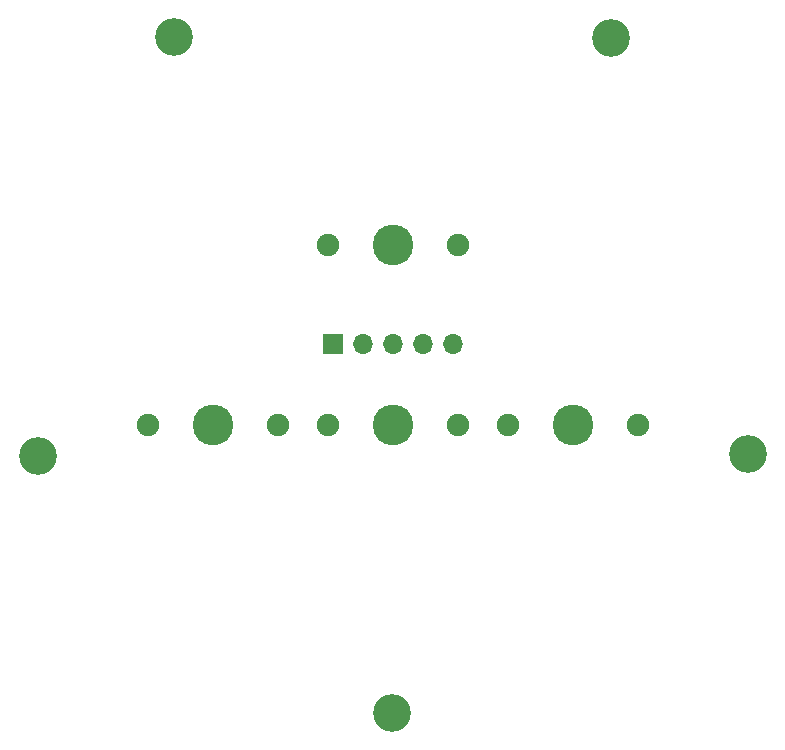
<source format=gts>
%TF.GenerationSoftware,KiCad,Pcbnew,(6.0.4)*%
%TF.CreationDate,2022-05-01T19:09:37-04:00*%
%TF.ProjectId,odin,6f64696e-2e6b-4696-9361-645f70636258,rev?*%
%TF.SameCoordinates,Original*%
%TF.FileFunction,Soldermask,Top*%
%TF.FilePolarity,Negative*%
%FSLAX46Y46*%
G04 Gerber Fmt 4.6, Leading zero omitted, Abs format (unit mm)*
G04 Created by KiCad (PCBNEW (6.0.4)) date 2022-05-01 19:09:37*
%MOMM*%
%LPD*%
G01*
G04 APERTURE LIST*
%ADD10C,1.900000*%
%ADD11C,3.450000*%
%ADD12C,3.200000*%
%ADD13R,1.700000X1.700000*%
%ADD14O,1.700000X1.700000*%
G04 APERTURE END LIST*
D10*
%TO.C,DOWN*%
X146900000Y-106680000D03*
X157900000Y-106680000D03*
D11*
X152400000Y-106680000D03*
%TD*%
D12*
%TO.C,H4*%
X152364707Y-131074155D03*
%TD*%
D10*
%TO.C,RIGHT*%
X162140000Y-106680000D03*
D11*
X167640000Y-106680000D03*
D10*
X173140000Y-106680000D03*
%TD*%
D11*
%TO.C,LEFT*%
X137160000Y-106680000D03*
D10*
X131660000Y-106680000D03*
X142660000Y-106680000D03*
%TD*%
D12*
%TO.C,H1*%
X133843558Y-73801171D03*
%TD*%
%TO.C,H5*%
X122318125Y-109259704D03*
%TD*%
%TO.C,H3*%
X182456486Y-109167060D03*
%TD*%
D11*
%TO.C,SW2*%
X152400000Y-91440000D03*
D10*
X157900000Y-91440000D03*
X146900000Y-91440000D03*
%TD*%
D12*
%TO.C,H2*%
X170841740Y-73872838D03*
%TD*%
D13*
%TO.C,J1*%
X147320000Y-99822000D03*
D14*
X149860000Y-99822000D03*
X152400000Y-99822000D03*
X154940000Y-99822000D03*
X157480000Y-99822000D03*
%TD*%
M02*

</source>
